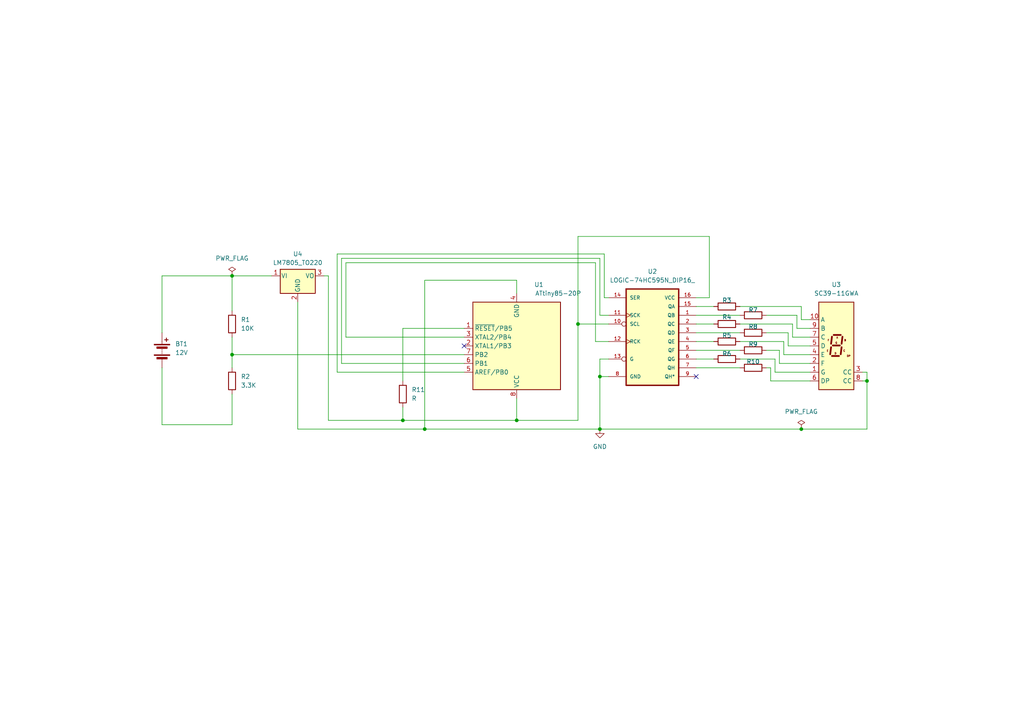
<source format=kicad_sch>
(kicad_sch
	(version 20250114)
	(generator "eeschema")
	(generator_version "9.0")
	(uuid "f5e7ea9b-7ccb-4b66-80b3-3ac9746f86d2")
	(paper "A4")
	(title_block
		(title "EV BATTERY LEVEL INDICATOR")
		(date "2025-08-01")
	)
	(lib_symbols
		(symbol "Device:Battery"
			(pin_numbers
				(hide yes)
			)
			(pin_names
				(offset 0)
				(hide yes)
			)
			(exclude_from_sim no)
			(in_bom yes)
			(on_board yes)
			(property "Reference" "BT"
				(at 2.54 2.54 0)
				(effects
					(font
						(size 1.27 1.27)
					)
					(justify left)
				)
			)
			(property "Value" "Battery"
				(at 2.54 0 0)
				(effects
					(font
						(size 1.27 1.27)
					)
					(justify left)
				)
			)
			(property "Footprint" ""
				(at 0 1.524 90)
				(effects
					(font
						(size 1.27 1.27)
					)
					(hide yes)
				)
			)
			(property "Datasheet" "~"
				(at 0 1.524 90)
				(effects
					(font
						(size 1.27 1.27)
					)
					(hide yes)
				)
			)
			(property "Description" "Multiple-cell battery"
				(at 0 0 0)
				(effects
					(font
						(size 1.27 1.27)
					)
					(hide yes)
				)
			)
			(property "ki_keywords" "batt voltage-source cell"
				(at 0 0 0)
				(effects
					(font
						(size 1.27 1.27)
					)
					(hide yes)
				)
			)
			(symbol "Battery_0_1"
				(rectangle
					(start -2.286 1.778)
					(end 2.286 1.524)
					(stroke
						(width 0)
						(type default)
					)
					(fill
						(type outline)
					)
				)
				(rectangle
					(start -2.286 -1.27)
					(end 2.286 -1.524)
					(stroke
						(width 0)
						(type default)
					)
					(fill
						(type outline)
					)
				)
				(rectangle
					(start -1.524 1.016)
					(end 1.524 0.508)
					(stroke
						(width 0)
						(type default)
					)
					(fill
						(type outline)
					)
				)
				(rectangle
					(start -1.524 -2.032)
					(end 1.524 -2.54)
					(stroke
						(width 0)
						(type default)
					)
					(fill
						(type outline)
					)
				)
				(polyline
					(pts
						(xy 0 1.778) (xy 0 2.54)
					)
					(stroke
						(width 0)
						(type default)
					)
					(fill
						(type none)
					)
				)
				(polyline
					(pts
						(xy 0 0) (xy 0 0.254)
					)
					(stroke
						(width 0)
						(type default)
					)
					(fill
						(type none)
					)
				)
				(polyline
					(pts
						(xy 0 -0.508) (xy 0 -0.254)
					)
					(stroke
						(width 0)
						(type default)
					)
					(fill
						(type none)
					)
				)
				(polyline
					(pts
						(xy 0 -1.016) (xy 0 -0.762)
					)
					(stroke
						(width 0)
						(type default)
					)
					(fill
						(type none)
					)
				)
				(polyline
					(pts
						(xy 0.762 3.048) (xy 1.778 3.048)
					)
					(stroke
						(width 0.254)
						(type default)
					)
					(fill
						(type none)
					)
				)
				(polyline
					(pts
						(xy 1.27 3.556) (xy 1.27 2.54)
					)
					(stroke
						(width 0.254)
						(type default)
					)
					(fill
						(type none)
					)
				)
			)
			(symbol "Battery_1_1"
				(pin passive line
					(at 0 5.08 270)
					(length 2.54)
					(name "+"
						(effects
							(font
								(size 1.27 1.27)
							)
						)
					)
					(number "1"
						(effects
							(font
								(size 1.27 1.27)
							)
						)
					)
				)
				(pin passive line
					(at 0 -5.08 90)
					(length 2.54)
					(name "-"
						(effects
							(font
								(size 1.27 1.27)
							)
						)
					)
					(number "2"
						(effects
							(font
								(size 1.27 1.27)
							)
						)
					)
				)
			)
			(embedded_fonts no)
		)
		(symbol "Device:R"
			(pin_numbers
				(hide yes)
			)
			(pin_names
				(offset 0)
			)
			(exclude_from_sim no)
			(in_bom yes)
			(on_board yes)
			(property "Reference" "R"
				(at 2.032 0 90)
				(effects
					(font
						(size 1.27 1.27)
					)
				)
			)
			(property "Value" "R"
				(at 0 0 90)
				(effects
					(font
						(size 1.27 1.27)
					)
				)
			)
			(property "Footprint" ""
				(at -1.778 0 90)
				(effects
					(font
						(size 1.27 1.27)
					)
					(hide yes)
				)
			)
			(property "Datasheet" "~"
				(at 0 0 0)
				(effects
					(font
						(size 1.27 1.27)
					)
					(hide yes)
				)
			)
			(property "Description" "Resistor"
				(at 0 0 0)
				(effects
					(font
						(size 1.27 1.27)
					)
					(hide yes)
				)
			)
			(property "ki_keywords" "R res resistor"
				(at 0 0 0)
				(effects
					(font
						(size 1.27 1.27)
					)
					(hide yes)
				)
			)
			(property "ki_fp_filters" "R_*"
				(at 0 0 0)
				(effects
					(font
						(size 1.27 1.27)
					)
					(hide yes)
				)
			)
			(symbol "R_0_1"
				(rectangle
					(start -1.016 -2.54)
					(end 1.016 2.54)
					(stroke
						(width 0.254)
						(type default)
					)
					(fill
						(type none)
					)
				)
			)
			(symbol "R_1_1"
				(pin passive line
					(at 0 3.81 270)
					(length 1.27)
					(name "~"
						(effects
							(font
								(size 1.27 1.27)
							)
						)
					)
					(number "1"
						(effects
							(font
								(size 1.27 1.27)
							)
						)
					)
				)
				(pin passive line
					(at 0 -3.81 90)
					(length 1.27)
					(name "~"
						(effects
							(font
								(size 1.27 1.27)
							)
						)
					)
					(number "2"
						(effects
							(font
								(size 1.27 1.27)
							)
						)
					)
				)
			)
			(embedded_fonts no)
		)
		(symbol "Display_Character:SC39-11GWA"
			(exclude_from_sim no)
			(in_bom yes)
			(on_board yes)
			(property "Reference" "U"
				(at -3.81 13.97 0)
				(effects
					(font
						(size 1.27 1.27)
					)
				)
			)
			(property "Value" "SC39-11GWA"
				(at 6.35 13.97 0)
				(effects
					(font
						(size 1.27 1.27)
					)
				)
			)
			(property "Footprint" "Display_7Segment:Sx39-1xxxxx"
				(at 0 -13.97 0)
				(effects
					(font
						(size 1.27 1.27)
					)
					(hide yes)
				)
			)
			(property "Datasheet" "http://www.kingbrightusa.com/images/catalog/SPEC/sc39-11gwa.pdf"
				(at 0 0 0)
				(effects
					(font
						(size 1.27 1.27)
					)
					(hide yes)
				)
			)
			(property "Description" "Single digit 7 segment display, green, common cathode"
				(at 0 0 0)
				(effects
					(font
						(size 1.27 1.27)
					)
					(hide yes)
				)
			)
			(property "ki_keywords" "display LED 7-segment"
				(at 0 0 0)
				(effects
					(font
						(size 1.27 1.27)
					)
					(hide yes)
				)
			)
			(property "ki_fp_filters" "S?39?1*"
				(at 0 0 0)
				(effects
					(font
						(size 1.27 1.27)
					)
					(hide yes)
				)
			)
			(symbol "SC39-11GWA_1_0"
				(text "E"
					(at -2.54 -1.397 0)
					(effects
						(font
							(size 0.508 0.508)
						)
					)
				)
				(text "F"
					(at -2.286 1.651 0)
					(effects
						(font
							(size 0.508 0.508)
						)
					)
				)
				(text "D"
					(at -0.254 -2.159 0)
					(effects
						(font
							(size 0.508 0.508)
						)
					)
				)
				(text "G"
					(at 0 0.889 0)
					(effects
						(font
							(size 0.508 0.508)
						)
					)
				)
				(text "A"
					(at 0.254 2.413 0)
					(effects
						(font
							(size 0.508 0.508)
						)
					)
				)
				(text "C"
					(at 2.286 -1.397 0)
					(effects
						(font
							(size 0.508 0.508)
						)
					)
				)
				(text "B"
					(at 2.54 1.651 0)
					(effects
						(font
							(size 0.508 0.508)
						)
					)
				)
				(text "DP"
					(at 3.556 -2.921 0)
					(effects
						(font
							(size 0.508 0.508)
						)
					)
				)
			)
			(symbol "SC39-11GWA_1_1"
				(rectangle
					(start -5.08 12.7)
					(end 5.08 -12.7)
					(stroke
						(width 0.254)
						(type default)
					)
					(fill
						(type background)
					)
				)
				(polyline
					(pts
						(xy -1.524 -0.381) (xy -1.778 -2.413)
					)
					(stroke
						(width 0.508)
						(type default)
					)
					(fill
						(type none)
					)
				)
				(polyline
					(pts
						(xy -1.27 2.667) (xy -1.524 0.635)
					)
					(stroke
						(width 0.508)
						(type default)
					)
					(fill
						(type none)
					)
				)
				(polyline
					(pts
						(xy -1.27 -2.921) (xy 0.762 -2.921)
					)
					(stroke
						(width 0.508)
						(type default)
					)
					(fill
						(type none)
					)
				)
				(polyline
					(pts
						(xy -1.016 0.127) (xy 1.016 0.127)
					)
					(stroke
						(width 0.508)
						(type default)
					)
					(fill
						(type none)
					)
				)
				(polyline
					(pts
						(xy -0.762 3.175) (xy 1.27 3.175)
					)
					(stroke
						(width 0.508)
						(type default)
					)
					(fill
						(type none)
					)
				)
				(polyline
					(pts
						(xy 1.524 -0.381) (xy 1.27 -2.413)
					)
					(stroke
						(width 0.508)
						(type default)
					)
					(fill
						(type none)
					)
				)
				(polyline
					(pts
						(xy 1.778 2.667) (xy 1.524 0.635)
					)
					(stroke
						(width 0.508)
						(type default)
					)
					(fill
						(type none)
					)
				)
				(polyline
					(pts
						(xy 2.54 -2.921) (xy 2.54 -2.921)
					)
					(stroke
						(width 0.508)
						(type default)
					)
					(fill
						(type none)
					)
				)
				(pin input line
					(at -7.62 7.62 0)
					(length 2.54)
					(name "A"
						(effects
							(font
								(size 1.27 1.27)
							)
						)
					)
					(number "10"
						(effects
							(font
								(size 1.27 1.27)
							)
						)
					)
				)
				(pin input line
					(at -7.62 5.08 0)
					(length 2.54)
					(name "B"
						(effects
							(font
								(size 1.27 1.27)
							)
						)
					)
					(number "9"
						(effects
							(font
								(size 1.27 1.27)
							)
						)
					)
				)
				(pin input line
					(at -7.62 2.54 0)
					(length 2.54)
					(name "C"
						(effects
							(font
								(size 1.27 1.27)
							)
						)
					)
					(number "7"
						(effects
							(font
								(size 1.27 1.27)
							)
						)
					)
				)
				(pin input line
					(at -7.62 0 0)
					(length 2.54)
					(name "D"
						(effects
							(font
								(size 1.27 1.27)
							)
						)
					)
					(number "5"
						(effects
							(font
								(size 1.27 1.27)
							)
						)
					)
				)
				(pin input line
					(at -7.62 -2.54 0)
					(length 2.54)
					(name "E"
						(effects
							(font
								(size 1.27 1.27)
							)
						)
					)
					(number "4"
						(effects
							(font
								(size 1.27 1.27)
							)
						)
					)
				)
				(pin input line
					(at -7.62 -5.08 0)
					(length 2.54)
					(name "F"
						(effects
							(font
								(size 1.27 1.27)
							)
						)
					)
					(number "2"
						(effects
							(font
								(size 1.27 1.27)
							)
						)
					)
				)
				(pin input line
					(at -7.62 -7.62 0)
					(length 2.54)
					(name "G"
						(effects
							(font
								(size 1.27 1.27)
							)
						)
					)
					(number "1"
						(effects
							(font
								(size 1.27 1.27)
							)
						)
					)
				)
				(pin input line
					(at -7.62 -10.16 0)
					(length 2.54)
					(name "DP"
						(effects
							(font
								(size 1.27 1.27)
							)
						)
					)
					(number "6"
						(effects
							(font
								(size 1.27 1.27)
							)
						)
					)
				)
				(pin input line
					(at 7.62 -7.62 180)
					(length 2.54)
					(name "CC"
						(effects
							(font
								(size 1.27 1.27)
							)
						)
					)
					(number "3"
						(effects
							(font
								(size 1.27 1.27)
							)
						)
					)
				)
				(pin input line
					(at 7.62 -10.16 180)
					(length 2.54)
					(name "CC"
						(effects
							(font
								(size 1.27 1.27)
							)
						)
					)
					(number "8"
						(effects
							(font
								(size 1.27 1.27)
							)
						)
					)
				)
			)
			(embedded_fonts no)
		)
		(symbol "LOGIC-74HC595N_DIP16_:LOGIC-74HC595N_DIP16_"
			(pin_names
				(offset 1.016)
			)
			(exclude_from_sim no)
			(in_bom yes)
			(on_board yes)
			(property "Reference" "U"
				(at -7.6202 15.2404 0)
				(effects
					(font
						(size 1.27 1.27)
					)
					(justify left bottom)
				)
			)
			(property "Value" "74HC595N-DIP16"
				(at 0 0 0)
				(effects
					(font
						(size 1.27 1.27)
					)
					(justify bottom)
					(hide yes)
				)
			)
			(property "Footprint" "LOGIC-74HC595N_DIP16_:DIP16-2.54-20.32X5.84MM"
				(at 0 0 0)
				(effects
					(font
						(size 1.27 1.27)
					)
					(justify bottom)
					(hide yes)
				)
			)
			(property "Datasheet" ""
				(at 0 0 0)
				(effects
					(font
						(size 1.27 1.27)
					)
					(hide yes)
				)
			)
			(property "Description" ""
				(at 0 0 0)
				(effects
					(font
						(size 1.27 1.27)
					)
					(hide yes)
				)
			)
			(property "MF" "Texas Instruments"
				(at 0 0 0)
				(effects
					(font
						(size 1.27 1.27)
					)
					(justify bottom)
					(hide yes)
				)
			)
			(property "Description_1" "Shift Shift Register 1 Element 8 Bit 16-PDIP"
				(at 0 0 0)
				(effects
					(font
						(size 1.27 1.27)
					)
					(justify bottom)
					(hide yes)
				)
			)
			(property "Package" "SOT38-4-16 Nexperia"
				(at 0 0 0)
				(effects
					(font
						(size 1.27 1.27)
					)
					(justify bottom)
					(hide yes)
				)
			)
			(property "MPN" "74HC595N"
				(at 0 0 0)
				(effects
					(font
						(size 1.27 1.27)
					)
					(justify bottom)
					(hide yes)
				)
			)
			(property "Price" "None"
				(at 0 0 0)
				(effects
					(font
						(size 1.27 1.27)
					)
					(justify bottom)
					(hide yes)
				)
			)
			(property "SnapEDA_Link" "https://www.snapeda.com/parts/74HC595N/Texas+Instruments/view-part/?ref=snap"
				(at 0 0 0)
				(effects
					(font
						(size 1.27 1.27)
					)
					(justify bottom)
					(hide yes)
				)
			)
			(property "MP" "74HC595N"
				(at 0 0 0)
				(effects
					(font
						(size 1.27 1.27)
					)
					(justify bottom)
					(hide yes)
				)
			)
			(property "Availability" "Not in stock"
				(at 0 0 0)
				(effects
					(font
						(size 1.27 1.27)
					)
					(justify bottom)
					(hide yes)
				)
			)
			(property "Check_prices" "https://www.snapeda.com/parts/74HC595N/Texas+Instruments/view-part/?ref=eda"
				(at 0 0 0)
				(effects
					(font
						(size 1.27 1.27)
					)
					(justify bottom)
					(hide yes)
				)
			)
			(symbol "LOGIC-74HC595N_DIP16__0_0"
				(rectangle
					(start -7.62 -13.97)
					(end 7.62 13.97)
					(stroke
						(width 0.4064)
						(type default)
					)
					(fill
						(type background)
					)
				)
				(pin input line
					(at -12.7 11.43 0)
					(length 5.08)
					(name "SER"
						(effects
							(font
								(size 1.016 1.016)
							)
						)
					)
					(number "14"
						(effects
							(font
								(size 1.016 1.016)
							)
						)
					)
				)
				(pin input clock
					(at -12.7 6.35 0)
					(length 5.08)
					(name "SCK"
						(effects
							(font
								(size 1.016 1.016)
							)
						)
					)
					(number "11"
						(effects
							(font
								(size 1.016 1.016)
							)
						)
					)
				)
				(pin input inverted
					(at -12.7 3.81 0)
					(length 5.08)
					(name "SCL"
						(effects
							(font
								(size 1.016 1.016)
							)
						)
					)
					(number "10"
						(effects
							(font
								(size 1.016 1.016)
							)
						)
					)
				)
				(pin input clock
					(at -12.7 -1.27 0)
					(length 5.08)
					(name "RCK"
						(effects
							(font
								(size 1.016 1.016)
							)
						)
					)
					(number "12"
						(effects
							(font
								(size 1.016 1.016)
							)
						)
					)
				)
				(pin input inverted
					(at -12.7 -6.35 0)
					(length 5.08)
					(name "G"
						(effects
							(font
								(size 1.016 1.016)
							)
						)
					)
					(number "13"
						(effects
							(font
								(size 1.016 1.016)
							)
						)
					)
				)
				(pin power_in line
					(at -12.7 -11.43 0)
					(length 5.08)
					(name "GND"
						(effects
							(font
								(size 1.016 1.016)
							)
						)
					)
					(number "8"
						(effects
							(font
								(size 1.016 1.016)
							)
						)
					)
				)
				(pin power_in line
					(at 12.7 11.43 180)
					(length 5.08)
					(name "VCC"
						(effects
							(font
								(size 1.016 1.016)
							)
						)
					)
					(number "16"
						(effects
							(font
								(size 1.016 1.016)
							)
						)
					)
				)
				(pin tri_state line
					(at 12.7 8.89 180)
					(length 5.08)
					(name "QA"
						(effects
							(font
								(size 1.016 1.016)
							)
						)
					)
					(number "15"
						(effects
							(font
								(size 1.016 1.016)
							)
						)
					)
				)
				(pin tri_state line
					(at 12.7 6.35 180)
					(length 5.08)
					(name "QB"
						(effects
							(font
								(size 1.016 1.016)
							)
						)
					)
					(number "1"
						(effects
							(font
								(size 1.016 1.016)
							)
						)
					)
				)
				(pin tri_state line
					(at 12.7 3.81 180)
					(length 5.08)
					(name "QC"
						(effects
							(font
								(size 1.016 1.016)
							)
						)
					)
					(number "2"
						(effects
							(font
								(size 1.016 1.016)
							)
						)
					)
				)
				(pin tri_state line
					(at 12.7 1.27 180)
					(length 5.08)
					(name "QD"
						(effects
							(font
								(size 1.016 1.016)
							)
						)
					)
					(number "3"
						(effects
							(font
								(size 1.016 1.016)
							)
						)
					)
				)
				(pin tri_state line
					(at 12.7 -1.27 180)
					(length 5.08)
					(name "QE"
						(effects
							(font
								(size 1.016 1.016)
							)
						)
					)
					(number "4"
						(effects
							(font
								(size 1.016 1.016)
							)
						)
					)
				)
				(pin tri_state line
					(at 12.7 -3.81 180)
					(length 5.08)
					(name "QF"
						(effects
							(font
								(size 1.016 1.016)
							)
						)
					)
					(number "5"
						(effects
							(font
								(size 1.016 1.016)
							)
						)
					)
				)
				(pin tri_state line
					(at 12.7 -6.35 180)
					(length 5.08)
					(name "QG"
						(effects
							(font
								(size 1.016 1.016)
							)
						)
					)
					(number "6"
						(effects
							(font
								(size 1.016 1.016)
							)
						)
					)
				)
				(pin tri_state line
					(at 12.7 -8.89 180)
					(length 5.08)
					(name "QH"
						(effects
							(font
								(size 1.016 1.016)
							)
						)
					)
					(number "7"
						(effects
							(font
								(size 1.016 1.016)
							)
						)
					)
				)
				(pin tri_state line
					(at 12.7 -11.43 180)
					(length 5.08)
					(name "QH*"
						(effects
							(font
								(size 1.016 1.016)
							)
						)
					)
					(number "9"
						(effects
							(font
								(size 1.016 1.016)
							)
						)
					)
				)
			)
			(embedded_fonts no)
		)
		(symbol "MCU_Microchip_ATtiny:ATtiny85-20P"
			(exclude_from_sim no)
			(in_bom yes)
			(on_board yes)
			(property "Reference" "U"
				(at -12.7 13.97 0)
				(effects
					(font
						(size 1.27 1.27)
					)
					(justify left bottom)
				)
			)
			(property "Value" "ATtiny85-20P"
				(at 2.54 -13.97 0)
				(effects
					(font
						(size 1.27 1.27)
					)
					(justify left top)
				)
			)
			(property "Footprint" "Package_DIP:DIP-8_W7.62mm"
				(at 0 0 0)
				(effects
					(font
						(size 1.27 1.27)
						(italic yes)
					)
					(hide yes)
				)
			)
			(property "Datasheet" "http://ww1.microchip.com/downloads/en/DeviceDoc/atmel-2586-avr-8-bit-microcontroller-attiny25-attiny45-attiny85_datasheet.pdf"
				(at 0 0 0)
				(effects
					(font
						(size 1.27 1.27)
					)
					(hide yes)
				)
			)
			(property "Description" "20MHz, 8kB Flash, 512B SRAM, 512B EEPROM, debugWIRE, DIP-8"
				(at 0 0 0)
				(effects
					(font
						(size 1.27 1.27)
					)
					(hide yes)
				)
			)
			(property "ki_keywords" "AVR 8bit Microcontroller tinyAVR"
				(at 0 0 0)
				(effects
					(font
						(size 1.27 1.27)
					)
					(hide yes)
				)
			)
			(property "ki_fp_filters" "DIP*W7.62mm*"
				(at 0 0 0)
				(effects
					(font
						(size 1.27 1.27)
					)
					(hide yes)
				)
			)
			(symbol "ATtiny85-20P_0_1"
				(rectangle
					(start -12.7 -12.7)
					(end 12.7 12.7)
					(stroke
						(width 0.254)
						(type default)
					)
					(fill
						(type background)
					)
				)
			)
			(symbol "ATtiny85-20P_1_1"
				(pin power_in line
					(at 0 15.24 270)
					(length 2.54)
					(name "VCC"
						(effects
							(font
								(size 1.27 1.27)
							)
						)
					)
					(number "8"
						(effects
							(font
								(size 1.27 1.27)
							)
						)
					)
				)
				(pin power_in line
					(at 0 -15.24 90)
					(length 2.54)
					(name "GND"
						(effects
							(font
								(size 1.27 1.27)
							)
						)
					)
					(number "4"
						(effects
							(font
								(size 1.27 1.27)
							)
						)
					)
				)
				(pin bidirectional line
					(at 15.24 7.62 180)
					(length 2.54)
					(name "AREF/PB0"
						(effects
							(font
								(size 1.27 1.27)
							)
						)
					)
					(number "5"
						(effects
							(font
								(size 1.27 1.27)
							)
						)
					)
				)
				(pin bidirectional line
					(at 15.24 5.08 180)
					(length 2.54)
					(name "PB1"
						(effects
							(font
								(size 1.27 1.27)
							)
						)
					)
					(number "6"
						(effects
							(font
								(size 1.27 1.27)
							)
						)
					)
				)
				(pin bidirectional line
					(at 15.24 2.54 180)
					(length 2.54)
					(name "PB2"
						(effects
							(font
								(size 1.27 1.27)
							)
						)
					)
					(number "7"
						(effects
							(font
								(size 1.27 1.27)
							)
						)
					)
				)
				(pin bidirectional line
					(at 15.24 0 180)
					(length 2.54)
					(name "XTAL1/PB3"
						(effects
							(font
								(size 1.27 1.27)
							)
						)
					)
					(number "2"
						(effects
							(font
								(size 1.27 1.27)
							)
						)
					)
				)
				(pin bidirectional line
					(at 15.24 -2.54 180)
					(length 2.54)
					(name "XTAL2/PB4"
						(effects
							(font
								(size 1.27 1.27)
							)
						)
					)
					(number "3"
						(effects
							(font
								(size 1.27 1.27)
							)
						)
					)
				)
				(pin bidirectional line
					(at 15.24 -5.08 180)
					(length 2.54)
					(name "~{RESET}/PB5"
						(effects
							(font
								(size 1.27 1.27)
							)
						)
					)
					(number "1"
						(effects
							(font
								(size 1.27 1.27)
							)
						)
					)
				)
			)
			(embedded_fonts no)
		)
		(symbol "Regulator_Linear:LM7805_TO220"
			(pin_names
				(offset 0.254)
			)
			(exclude_from_sim no)
			(in_bom yes)
			(on_board yes)
			(property "Reference" "U"
				(at -3.81 3.175 0)
				(effects
					(font
						(size 1.27 1.27)
					)
				)
			)
			(property "Value" "LM7805_TO220"
				(at 0 3.175 0)
				(effects
					(font
						(size 1.27 1.27)
					)
					(justify left)
				)
			)
			(property "Footprint" "Package_TO_SOT_THT:TO-220-3_Vertical"
				(at 0 5.715 0)
				(effects
					(font
						(size 1.27 1.27)
						(italic yes)
					)
					(hide yes)
				)
			)
			(property "Datasheet" "https://www.onsemi.cn/PowerSolutions/document/MC7800-D.PDF"
				(at 0 -1.27 0)
				(effects
					(font
						(size 1.27 1.27)
					)
					(hide yes)
				)
			)
			(property "Description" "Positive 1A 35V Linear Regulator, Fixed Output 5V, TO-220"
				(at 0 0 0)
				(effects
					(font
						(size 1.27 1.27)
					)
					(hide yes)
				)
			)
			(property "ki_keywords" "Voltage Regulator 1A Positive"
				(at 0 0 0)
				(effects
					(font
						(size 1.27 1.27)
					)
					(hide yes)
				)
			)
			(property "ki_fp_filters" "TO?220*"
				(at 0 0 0)
				(effects
					(font
						(size 1.27 1.27)
					)
					(hide yes)
				)
			)
			(symbol "LM7805_TO220_0_1"
				(rectangle
					(start -5.08 1.905)
					(end 5.08 -5.08)
					(stroke
						(width 0.254)
						(type default)
					)
					(fill
						(type background)
					)
				)
			)
			(symbol "LM7805_TO220_1_1"
				(pin power_in line
					(at -7.62 0 0)
					(length 2.54)
					(name "VI"
						(effects
							(font
								(size 1.27 1.27)
							)
						)
					)
					(number "1"
						(effects
							(font
								(size 1.27 1.27)
							)
						)
					)
				)
				(pin power_in line
					(at 0 -7.62 90)
					(length 2.54)
					(name "GND"
						(effects
							(font
								(size 1.27 1.27)
							)
						)
					)
					(number "2"
						(effects
							(font
								(size 1.27 1.27)
							)
						)
					)
				)
				(pin power_out line
					(at 7.62 0 180)
					(length 2.54)
					(name "VO"
						(effects
							(font
								(size 1.27 1.27)
							)
						)
					)
					(number "3"
						(effects
							(font
								(size 1.27 1.27)
							)
						)
					)
				)
			)
			(embedded_fonts no)
		)
		(symbol "power:GND"
			(power)
			(pin_numbers
				(hide yes)
			)
			(pin_names
				(offset 0)
				(hide yes)
			)
			(exclude_from_sim no)
			(in_bom yes)
			(on_board yes)
			(property "Reference" "#PWR"
				(at 0 -6.35 0)
				(effects
					(font
						(size 1.27 1.27)
					)
					(hide yes)
				)
			)
			(property "Value" "GND"
				(at 0 -3.81 0)
				(effects
					(font
						(size 1.27 1.27)
					)
				)
			)
			(property "Footprint" ""
				(at 0 0 0)
				(effects
					(font
						(size 1.27 1.27)
					)
					(hide yes)
				)
			)
			(property "Datasheet" ""
				(at 0 0 0)
				(effects
					(font
						(size 1.27 1.27)
					)
					(hide yes)
				)
			)
			(property "Description" "Power symbol creates a global label with name \"GND\" , ground"
				(at 0 0 0)
				(effects
					(font
						(size 1.27 1.27)
					)
					(hide yes)
				)
			)
			(property "ki_keywords" "global power"
				(at 0 0 0)
				(effects
					(font
						(size 1.27 1.27)
					)
					(hide yes)
				)
			)
			(symbol "GND_0_1"
				(polyline
					(pts
						(xy 0 0) (xy 0 -1.27) (xy 1.27 -1.27) (xy 0 -2.54) (xy -1.27 -1.27) (xy 0 -1.27)
					)
					(stroke
						(width 0)
						(type default)
					)
					(fill
						(type none)
					)
				)
			)
			(symbol "GND_1_1"
				(pin power_in line
					(at 0 0 270)
					(length 0)
					(name "~"
						(effects
							(font
								(size 1.27 1.27)
							)
						)
					)
					(number "1"
						(effects
							(font
								(size 1.27 1.27)
							)
						)
					)
				)
			)
			(embedded_fonts no)
		)
		(symbol "power:PWR_FLAG"
			(power)
			(pin_numbers
				(hide yes)
			)
			(pin_names
				(offset 0)
				(hide yes)
			)
			(exclude_from_sim no)
			(in_bom yes)
			(on_board yes)
			(property "Reference" "#FLG"
				(at 0 1.905 0)
				(effects
					(font
						(size 1.27 1.27)
					)
					(hide yes)
				)
			)
			(property "Value" "PWR_FLAG"
				(at 0 3.81 0)
				(effects
					(font
						(size 1.27 1.27)
					)
				)
			)
			(property "Footprint" ""
				(at 0 0 0)
				(effects
					(font
						(size 1.27 1.27)
					)
					(hide yes)
				)
			)
			(property "Datasheet" "~"
				(at 0 0 0)
				(effects
					(font
						(size 1.27 1.27)
					)
					(hide yes)
				)
			)
			(property "Description" "Special symbol for telling ERC where power comes from"
				(at 0 0 0)
				(effects
					(font
						(size 1.27 1.27)
					)
					(hide yes)
				)
			)
			(property "ki_keywords" "flag power"
				(at 0 0 0)
				(effects
					(font
						(size 1.27 1.27)
					)
					(hide yes)
				)
			)
			(symbol "PWR_FLAG_0_0"
				(pin power_out line
					(at 0 0 90)
					(length 0)
					(name "~"
						(effects
							(font
								(size 1.27 1.27)
							)
						)
					)
					(number "1"
						(effects
							(font
								(size 1.27 1.27)
							)
						)
					)
				)
			)
			(symbol "PWR_FLAG_0_1"
				(polyline
					(pts
						(xy 0 0) (xy 0 1.27) (xy -1.016 1.905) (xy 0 2.54) (xy 1.016 1.905) (xy 0 1.27)
					)
					(stroke
						(width 0)
						(type default)
					)
					(fill
						(type none)
					)
				)
			)
			(embedded_fonts no)
		)
	)
	(junction
		(at 149.86 121.92)
		(diameter 0)
		(color 0 0 0 0)
		(uuid "1270ab5f-f6cb-41a6-97db-15c106804cd4")
	)
	(junction
		(at 173.99 124.46)
		(diameter 0)
		(color 0 0 0 0)
		(uuid "189c2ce5-b1d2-4dc7-be83-30a71ac17756")
	)
	(junction
		(at 173.99 109.22)
		(diameter 0)
		(color 0 0 0 0)
		(uuid "243331e0-095a-4066-93fa-ee6888cfa6a4")
	)
	(junction
		(at 232.41 124.46)
		(diameter 0)
		(color 0 0 0 0)
		(uuid "283f678f-2cbe-40cc-abf2-750b816112e7")
	)
	(junction
		(at 67.31 102.87)
		(diameter 0)
		(color 0 0 0 0)
		(uuid "64a27068-5770-4ae8-be8d-7c28a465430b")
	)
	(junction
		(at 123.19 124.46)
		(diameter 0)
		(color 0 0 0 0)
		(uuid "66d62d7a-15e8-4f2c-8864-3e9f95897804")
	)
	(junction
		(at 251.46 110.49)
		(diameter 0)
		(color 0 0 0 0)
		(uuid "68063471-3098-4e3e-bda1-a5a2f9b39120")
	)
	(junction
		(at 116.84 121.92)
		(diameter 0)
		(color 0 0 0 0)
		(uuid "8b2cb269-08e1-46d9-af31-cf2e1f95dfb1")
	)
	(junction
		(at 167.64 93.98)
		(diameter 0)
		(color 0 0 0 0)
		(uuid "98f5aa2f-43da-46a6-85ef-85d8650e7944")
	)
	(junction
		(at 67.31 80.01)
		(diameter 0)
		(color 0 0 0 0)
		(uuid "f5cd0ba2-06aa-4c4e-97d7-288d714a5264")
	)
	(no_connect
		(at 134.62 100.33)
		(uuid "2fbe6042-3802-4677-a6fe-460d1359ecfd")
	)
	(no_connect
		(at 201.93 109.22)
		(uuid "9e299767-a023-4f23-a3b9-3a4062b68df9")
	)
	(wire
		(pts
			(xy 46.99 80.01) (xy 67.31 80.01)
		)
		(stroke
			(width 0)
			(type default)
		)
		(uuid "011a96b1-eb84-492b-8997-a5aafa4d3e4f")
	)
	(wire
		(pts
			(xy 173.99 104.14) (xy 173.99 109.22)
		)
		(stroke
			(width 0)
			(type default)
		)
		(uuid "016cfeb5-ee13-4002-b8cb-3db3780fe133")
	)
	(wire
		(pts
			(xy 251.46 110.49) (xy 251.46 107.95)
		)
		(stroke
			(width 0)
			(type default)
		)
		(uuid "03cd3ffd-a452-4af7-b26b-c26018f564fd")
	)
	(wire
		(pts
			(xy 67.31 102.87) (xy 134.62 102.87)
		)
		(stroke
			(width 0)
			(type default)
		)
		(uuid "068a1b53-25a2-409a-9cc3-58b123edc175")
	)
	(wire
		(pts
			(xy 172.72 76.2) (xy 172.72 99.06)
		)
		(stroke
			(width 0)
			(type default)
		)
		(uuid "06fbeb43-107d-4323-970a-2598cc478836")
	)
	(wire
		(pts
			(xy 176.53 109.22) (xy 173.99 109.22)
		)
		(stroke
			(width 0)
			(type default)
		)
		(uuid "0714f1a3-2faa-4d98-91b6-b6b872ddca17")
	)
	(wire
		(pts
			(xy 97.79 107.95) (xy 134.62 107.95)
		)
		(stroke
			(width 0)
			(type default)
		)
		(uuid "0eb29e08-a8ab-4abf-ad93-2fab60805787")
	)
	(wire
		(pts
			(xy 100.33 76.2) (xy 172.72 76.2)
		)
		(stroke
			(width 0)
			(type default)
		)
		(uuid "0f3ca362-ff89-4d3c-bd73-bdbd65454064")
	)
	(wire
		(pts
			(xy 67.31 123.19) (xy 67.31 114.3)
		)
		(stroke
			(width 0)
			(type default)
		)
		(uuid "0fed32ba-0e24-474c-9747-2dd9f07f9ceb")
	)
	(wire
		(pts
			(xy 224.79 104.14) (xy 214.63 104.14)
		)
		(stroke
			(width 0)
			(type default)
		)
		(uuid "10c3b976-7db2-40e7-8912-fccec45eb010")
	)
	(wire
		(pts
			(xy 224.79 104.14) (xy 224.79 107.95)
		)
		(stroke
			(width 0)
			(type default)
		)
		(uuid "1609f22f-a33a-48cf-904d-88715f6663fb")
	)
	(wire
		(pts
			(xy 226.06 101.6) (xy 226.06 105.41)
		)
		(stroke
			(width 0)
			(type default)
		)
		(uuid "17ac11c1-f944-4e47-a051-c32e0c18fd4f")
	)
	(wire
		(pts
			(xy 46.99 106.68) (xy 46.99 123.19)
		)
		(stroke
			(width 0)
			(type default)
		)
		(uuid "1cc0a099-53c5-4e6b-b749-f430f2a184cb")
	)
	(wire
		(pts
			(xy 67.31 80.01) (xy 78.74 80.01)
		)
		(stroke
			(width 0)
			(type default)
		)
		(uuid "21813478-64cb-4a9f-840b-f43fb9fad64b")
	)
	(wire
		(pts
			(xy 116.84 121.92) (xy 149.86 121.92)
		)
		(stroke
			(width 0)
			(type default)
		)
		(uuid "249d8755-0087-4aed-9efc-e6059b5dba63")
	)
	(wire
		(pts
			(xy 173.99 91.44) (xy 176.53 91.44)
		)
		(stroke
			(width 0)
			(type default)
		)
		(uuid "275a54b4-1a62-4be0-afcb-ef5f6c80805a")
	)
	(wire
		(pts
			(xy 205.74 86.36) (xy 201.93 86.36)
		)
		(stroke
			(width 0)
			(type default)
		)
		(uuid "2c483579-5adb-410b-bf11-242d82498883")
	)
	(wire
		(pts
			(xy 134.62 95.25) (xy 116.84 95.25)
		)
		(stroke
			(width 0)
			(type default)
		)
		(uuid "34d1181f-b0cd-4d8e-b6a8-20d936afc830")
	)
	(wire
		(pts
			(xy 229.87 93.98) (xy 229.87 97.79)
		)
		(stroke
			(width 0)
			(type default)
		)
		(uuid "364113d2-5fab-49cd-8735-862b2f9039d3")
	)
	(wire
		(pts
			(xy 201.93 91.44) (xy 214.63 91.44)
		)
		(stroke
			(width 0)
			(type default)
		)
		(uuid "39bd82e6-29dd-4427-b6e9-99b5f48b1bfd")
	)
	(wire
		(pts
			(xy 232.41 88.9) (xy 214.63 88.9)
		)
		(stroke
			(width 0)
			(type default)
		)
		(uuid "39c004ab-760a-40f6-93c8-e21736a4cbbe")
	)
	(wire
		(pts
			(xy 223.52 106.68) (xy 223.52 110.49)
		)
		(stroke
			(width 0)
			(type default)
		)
		(uuid "418d7c48-8f2d-4aff-a6db-d116ad2c1ab8")
	)
	(wire
		(pts
			(xy 97.79 73.66) (xy 97.79 107.95)
		)
		(stroke
			(width 0)
			(type default)
		)
		(uuid "424e9efc-dd4c-40d3-b493-e1c1275426fa")
	)
	(wire
		(pts
			(xy 67.31 97.79) (xy 67.31 102.87)
		)
		(stroke
			(width 0)
			(type default)
		)
		(uuid "49a89948-82df-4ef1-a14b-49d6390abae9")
	)
	(wire
		(pts
			(xy 226.06 101.6) (xy 222.25 101.6)
		)
		(stroke
			(width 0)
			(type default)
		)
		(uuid "50d97760-4eec-4e7c-ab1d-32dce33e6ea0")
	)
	(wire
		(pts
			(xy 228.6 100.33) (xy 234.95 100.33)
		)
		(stroke
			(width 0)
			(type default)
		)
		(uuid "519db6ec-a6dd-4188-b3b5-2b6fb5658726")
	)
	(wire
		(pts
			(xy 134.62 105.41) (xy 99.06 105.41)
		)
		(stroke
			(width 0)
			(type default)
		)
		(uuid "52015036-e565-4ad1-8352-452b09f11dc1")
	)
	(wire
		(pts
			(xy 116.84 95.25) (xy 116.84 110.49)
		)
		(stroke
			(width 0)
			(type default)
		)
		(uuid "5542a7e3-af82-46f4-a635-feae607f3795")
	)
	(wire
		(pts
			(xy 173.99 74.93) (xy 173.99 91.44)
		)
		(stroke
			(width 0)
			(type default)
		)
		(uuid "58801f6e-c08a-43b6-a86c-84053c97bc1d")
	)
	(wire
		(pts
			(xy 201.93 93.98) (xy 207.01 93.98)
		)
		(stroke
			(width 0)
			(type default)
		)
		(uuid "621724ff-b3b1-4bcf-b610-0db31fedaa18")
	)
	(wire
		(pts
			(xy 250.19 107.95) (xy 251.46 107.95)
		)
		(stroke
			(width 0)
			(type default)
		)
		(uuid "623ca854-4c31-4fbb-bae6-3e17b30e6680")
	)
	(wire
		(pts
			(xy 149.86 81.28) (xy 123.19 81.28)
		)
		(stroke
			(width 0)
			(type default)
		)
		(uuid "6754b54e-0860-40b4-baa3-0efda93f57fa")
	)
	(wire
		(pts
			(xy 100.33 97.79) (xy 134.62 97.79)
		)
		(stroke
			(width 0)
			(type default)
		)
		(uuid "67b937d8-b86e-48d0-b4e6-a10e78763c98")
	)
	(wire
		(pts
			(xy 116.84 118.11) (xy 116.84 121.92)
		)
		(stroke
			(width 0)
			(type default)
		)
		(uuid "68ffb16c-877b-4dfd-bfc9-b3cdad06d6ee")
	)
	(wire
		(pts
			(xy 100.33 76.2) (xy 100.33 97.79)
		)
		(stroke
			(width 0)
			(type default)
		)
		(uuid "6932af06-a653-4279-bf54-1d7e1338843c")
	)
	(wire
		(pts
			(xy 201.93 104.14) (xy 207.01 104.14)
		)
		(stroke
			(width 0)
			(type default)
		)
		(uuid "6d897415-6265-4b94-8b79-197fc2cc55de")
	)
	(wire
		(pts
			(xy 149.86 85.09) (xy 149.86 81.28)
		)
		(stroke
			(width 0)
			(type default)
		)
		(uuid "7017a108-1d3f-45ad-ba60-a668733e8db9")
	)
	(wire
		(pts
			(xy 228.6 96.52) (xy 222.25 96.52)
		)
		(stroke
			(width 0)
			(type default)
		)
		(uuid "7102afa1-a4bc-4b85-8602-d9b59b9ef34d")
	)
	(wire
		(pts
			(xy 86.36 87.63) (xy 86.36 124.46)
		)
		(stroke
			(width 0)
			(type default)
		)
		(uuid "77ec7047-f3f3-4cbc-a414-a1a0b9f16111")
	)
	(wire
		(pts
			(xy 229.87 93.98) (xy 214.63 93.98)
		)
		(stroke
			(width 0)
			(type default)
		)
		(uuid "832d22e5-f4ae-4824-afbf-c37f6936c3a9")
	)
	(wire
		(pts
			(xy 86.36 124.46) (xy 123.19 124.46)
		)
		(stroke
			(width 0)
			(type default)
		)
		(uuid "83c3a1d9-ccc1-4030-ba6d-342c0171bd2b")
	)
	(wire
		(pts
			(xy 167.64 68.58) (xy 167.64 93.98)
		)
		(stroke
			(width 0)
			(type default)
		)
		(uuid "8a754a4b-bfc4-4b82-9314-34deb8737513")
	)
	(wire
		(pts
			(xy 167.64 93.98) (xy 167.64 121.92)
		)
		(stroke
			(width 0)
			(type default)
		)
		(uuid "8c323d6a-dcdc-4a7d-9e9b-94343bfb37f0")
	)
	(wire
		(pts
			(xy 224.79 107.95) (xy 234.95 107.95)
		)
		(stroke
			(width 0)
			(type default)
		)
		(uuid "8e4e003d-7777-4076-b923-99eae1214d37")
	)
	(wire
		(pts
			(xy 123.19 81.28) (xy 123.19 124.46)
		)
		(stroke
			(width 0)
			(type default)
		)
		(uuid "8fc4f136-6a6e-45fc-b3fb-7f2b24838516")
	)
	(wire
		(pts
			(xy 226.06 105.41) (xy 234.95 105.41)
		)
		(stroke
			(width 0)
			(type default)
		)
		(uuid "9066938d-23c5-4239-bd80-c5dd492de2b9")
	)
	(wire
		(pts
			(xy 176.53 104.14) (xy 173.99 104.14)
		)
		(stroke
			(width 0)
			(type default)
		)
		(uuid "9a648675-b3a9-495c-8824-d455ee71b987")
	)
	(wire
		(pts
			(xy 232.41 88.9) (xy 232.41 92.71)
		)
		(stroke
			(width 0)
			(type default)
		)
		(uuid "9c4c9667-b8e6-4d6d-a757-4b3fbbf46747")
	)
	(wire
		(pts
			(xy 167.64 68.58) (xy 205.74 68.58)
		)
		(stroke
			(width 0)
			(type default)
		)
		(uuid "9d83078d-d0fb-470d-bc80-1379915f0de1")
	)
	(wire
		(pts
			(xy 201.93 99.06) (xy 207.01 99.06)
		)
		(stroke
			(width 0)
			(type default)
		)
		(uuid "a5aa53b1-a196-4a5a-8a66-8a3289eee83e")
	)
	(wire
		(pts
			(xy 201.93 101.6) (xy 214.63 101.6)
		)
		(stroke
			(width 0)
			(type default)
		)
		(uuid "a71f898f-1f5c-4b2d-ac97-76ca4950e90f")
	)
	(wire
		(pts
			(xy 214.63 99.06) (xy 227.33 99.06)
		)
		(stroke
			(width 0)
			(type default)
		)
		(uuid "a99e8e1c-aef1-4bf3-bf54-ca28859316c7")
	)
	(wire
		(pts
			(xy 231.14 91.44) (xy 231.14 95.25)
		)
		(stroke
			(width 0)
			(type default)
		)
		(uuid "aa2ee1ee-ce6a-4467-a6b9-e7693408f22b")
	)
	(wire
		(pts
			(xy 251.46 124.46) (xy 251.46 110.49)
		)
		(stroke
			(width 0)
			(type default)
		)
		(uuid "abdfb2eb-a00a-41d3-8bbe-8a47b6764372")
	)
	(wire
		(pts
			(xy 167.64 93.98) (xy 176.53 93.98)
		)
		(stroke
			(width 0)
			(type default)
		)
		(uuid "ac0840ad-7b73-485d-a781-2bee45164e3e")
	)
	(wire
		(pts
			(xy 67.31 102.87) (xy 67.31 106.68)
		)
		(stroke
			(width 0)
			(type default)
		)
		(uuid "ae06c0f8-ea44-4f98-972a-36eca561a349")
	)
	(wire
		(pts
			(xy 99.06 105.41) (xy 99.06 74.93)
		)
		(stroke
			(width 0)
			(type default)
		)
		(uuid "af5ff113-9aa2-4644-95d6-f9c490d50a36")
	)
	(wire
		(pts
			(xy 201.93 88.9) (xy 207.01 88.9)
		)
		(stroke
			(width 0)
			(type default)
		)
		(uuid "b0352893-5613-408b-9d7d-7ebd39690dbd")
	)
	(wire
		(pts
			(xy 67.31 80.01) (xy 67.31 90.17)
		)
		(stroke
			(width 0)
			(type default)
		)
		(uuid "b2ac13e2-57b8-44fa-88b7-f0651361724a")
	)
	(wire
		(pts
			(xy 172.72 99.06) (xy 176.53 99.06)
		)
		(stroke
			(width 0)
			(type default)
		)
		(uuid "b7ed4d59-a52f-40a8-b4fc-e8823303f883")
	)
	(wire
		(pts
			(xy 173.99 124.46) (xy 232.41 124.46)
		)
		(stroke
			(width 0)
			(type default)
		)
		(uuid "b800c438-b8dc-413c-81fb-9c9a7fc4caf6")
	)
	(wire
		(pts
			(xy 250.19 110.49) (xy 251.46 110.49)
		)
		(stroke
			(width 0)
			(type default)
		)
		(uuid "bb79b83e-a81b-4a74-b657-97670f3d5486")
	)
	(wire
		(pts
			(xy 46.99 80.01) (xy 46.99 96.52)
		)
		(stroke
			(width 0)
			(type default)
		)
		(uuid "bc20f71d-119f-405c-8401-4ab1b5d99c3b")
	)
	(wire
		(pts
			(xy 175.26 86.36) (xy 176.53 86.36)
		)
		(stroke
			(width 0)
			(type default)
		)
		(uuid "bd3f1171-86db-4406-a899-3ac6c0dda874")
	)
	(wire
		(pts
			(xy 231.14 95.25) (xy 234.95 95.25)
		)
		(stroke
			(width 0)
			(type default)
		)
		(uuid "d1d315b6-7024-48b2-ba40-ec2f4ec66639")
	)
	(wire
		(pts
			(xy 46.99 123.19) (xy 67.31 123.19)
		)
		(stroke
			(width 0)
			(type default)
		)
		(uuid "d860d521-30b7-45ed-972d-273e8e8c5df2")
	)
	(wire
		(pts
			(xy 99.06 74.93) (xy 173.99 74.93)
		)
		(stroke
			(width 0)
			(type default)
		)
		(uuid "d8756e96-c7aa-4ff1-a2c5-e058433460c9")
	)
	(wire
		(pts
			(xy 229.87 97.79) (xy 234.95 97.79)
		)
		(stroke
			(width 0)
			(type default)
		)
		(uuid "d914f1be-f8c4-4a1a-8751-c1866de74d14")
	)
	(wire
		(pts
			(xy 95.25 121.92) (xy 116.84 121.92)
		)
		(stroke
			(width 0)
			(type default)
		)
		(uuid "d99b0e6e-2e77-4190-80cf-383a17aceab8")
	)
	(wire
		(pts
			(xy 173.99 109.22) (xy 173.99 124.46)
		)
		(stroke
			(width 0)
			(type default)
		)
		(uuid "d9a9038e-203a-497a-b1c3-180436fd8a5a")
	)
	(wire
		(pts
			(xy 227.33 99.06) (xy 227.33 102.87)
		)
		(stroke
			(width 0)
			(type default)
		)
		(uuid "daf6c439-b474-4749-b51b-a1437ebf2e93")
	)
	(wire
		(pts
			(xy 175.26 73.66) (xy 97.79 73.66)
		)
		(stroke
			(width 0)
			(type default)
		)
		(uuid "db8cd4b5-ffa1-494a-a918-90651c5c70f4")
	)
	(wire
		(pts
			(xy 228.6 96.52) (xy 228.6 100.33)
		)
		(stroke
			(width 0)
			(type default)
		)
		(uuid "dce6fac0-bfab-454a-8ca1-bef9c5d7e88d")
	)
	(wire
		(pts
			(xy 232.41 92.71) (xy 234.95 92.71)
		)
		(stroke
			(width 0)
			(type default)
		)
		(uuid "debae0cc-ef07-4791-8b71-ecb1725825ed")
	)
	(wire
		(pts
			(xy 251.46 124.46) (xy 232.41 124.46)
		)
		(stroke
			(width 0)
			(type default)
		)
		(uuid "def76fa9-7582-490d-b1fb-31697a7ac1dd")
	)
	(wire
		(pts
			(xy 95.25 80.01) (xy 95.25 121.92)
		)
		(stroke
			(width 0)
			(type default)
		)
		(uuid "dff74a09-c1b7-45f7-a805-d0f9c4916c99")
	)
	(wire
		(pts
			(xy 205.74 68.58) (xy 205.74 86.36)
		)
		(stroke
			(width 0)
			(type default)
		)
		(uuid "e0d09c04-c2e7-4732-a4ec-42c47f9a4e2b")
	)
	(wire
		(pts
			(xy 231.14 91.44) (xy 222.25 91.44)
		)
		(stroke
			(width 0)
			(type default)
		)
		(uuid "e48cd491-5bfb-42ee-b6c2-e7154fb053cb")
	)
	(wire
		(pts
			(xy 93.98 80.01) (xy 95.25 80.01)
		)
		(stroke
			(width 0)
			(type default)
		)
		(uuid "e5339c9b-07a4-47cb-ab62-44018e3e12cd")
	)
	(wire
		(pts
			(xy 123.19 124.46) (xy 173.99 124.46)
		)
		(stroke
			(width 0)
			(type default)
		)
		(uuid "e8ce7577-8d60-4d13-a16e-ae881f12120b")
	)
	(wire
		(pts
			(xy 149.86 121.92) (xy 149.86 115.57)
		)
		(stroke
			(width 0)
			(type default)
		)
		(uuid "e98d0920-b8a9-4044-b7ca-6f8086cc8b28")
	)
	(wire
		(pts
			(xy 227.33 102.87) (xy 234.95 102.87)
		)
		(stroke
			(width 0)
			(type default)
		)
		(uuid "ea1f3252-79c8-4f71-bcd6-bb8f38bccb91")
	)
	(wire
		(pts
			(xy 223.52 110.49) (xy 234.95 110.49)
		)
		(stroke
			(width 0)
			(type default)
		)
		(uuid "ea244e0e-6e8e-41a0-a7b0-e0be3e54e4bc")
	)
	(wire
		(pts
			(xy 175.26 73.66) (xy 175.26 86.36)
		)
		(stroke
			(width 0)
			(type default)
		)
		(uuid "f441719b-7a36-4987-b4c2-98162e06c489")
	)
	(wire
		(pts
			(xy 201.93 96.52) (xy 214.63 96.52)
		)
		(stroke
			(width 0)
			(type default)
		)
		(uuid "f5023fc4-0c86-435d-acf1-c6c7bcf29924")
	)
	(wire
		(pts
			(xy 201.93 106.68) (xy 214.63 106.68)
		)
		(stroke
			(width 0)
			(type default)
		)
		(uuid "f5408c4b-b629-4a9e-850a-29e5c8494d54")
	)
	(wire
		(pts
			(xy 223.52 106.68) (xy 222.25 106.68)
		)
		(stroke
			(width 0)
			(type default)
		)
		(uuid "f67f6f12-f379-45b9-ab51-37c2b933615c")
	)
	(wire
		(pts
			(xy 167.64 121.92) (xy 149.86 121.92)
		)
		(stroke
			(width 0)
			(type default)
		)
		(uuid "fac99201-7ca0-4fc7-aaba-3559e6747027")
	)
	(symbol
		(lib_id "Regulator_Linear:LM7805_TO220")
		(at 86.36 80.01 0)
		(unit 1)
		(exclude_from_sim no)
		(in_bom yes)
		(on_board yes)
		(dnp no)
		(fields_autoplaced yes)
		(uuid "1d37ef82-1189-404d-9e1b-1545a82a4f85")
		(property "Reference" "U4"
			(at 86.36 73.66 0)
			(effects
				(font
					(size 1.27 1.27)
				)
			)
		)
		(property "Value" "LM7805_TO220"
			(at 86.36 76.2 0)
			(effects
				(font
					(size 1.27 1.27)
				)
			)
		)
		(property "Footprint" "Package_TO_SOT_THT:TO-220-3_Vertical"
			(at 86.36 74.295 0)
			(effects
				(font
					(size 1.27 1.27)
					(italic yes)
				)
				(hide yes)
			)
		)
		(property "Datasheet" "https://www.onsemi.cn/PowerSolutions/document/MC7800-D.PDF"
			(at 86.36 81.28 0)
			(effects
				(font
					(size 1.27 1.27)
				)
				(hide yes)
			)
		)
		(property "Description" "Positive 1A 35V Linear Regulator, Fixed Output 5V, TO-220"
			(at 86.36 80.01 0)
			(effects
				(font
					(size 1.27 1.27)
				)
				(hide yes)
			)
		)
		(pin "1"
			(uuid "9bdf594b-1c02-4187-b64d-126ae89ea300")
		)
		(pin "2"
			(uuid "e11275ca-6140-4579-8fb2-4d1f2b385ce5")
		)
		(pin "3"
			(uuid "65657e34-67b6-46a5-b39f-3dacf9d31be4")
		)
		(instances
			(project ""
				(path "/f5e7ea9b-7ccb-4b66-80b3-3ac9746f86d2"
					(reference "U4")
					(unit 1)
				)
			)
		)
	)
	(symbol
		(lib_id "Device:R")
		(at 210.82 93.98 90)
		(unit 1)
		(exclude_from_sim no)
		(in_bom yes)
		(on_board yes)
		(dnp no)
		(uuid "1f8ab23b-dd52-48df-8b6e-e55df66a0f65")
		(property "Reference" "R4"
			(at 210.82 91.948 90)
			(effects
				(font
					(size 1.27 1.27)
				)
			)
		)
		(property "Value" "220"
			(at 210.82 90.17 90)
			(effects
				(font
					(size 1.27 1.27)
				)
				(hide yes)
			)
		)
		(property "Footprint" "Resistor_THT:R_Axial_DIN0207_L6.3mm_D2.5mm_P7.62mm_Horizontal"
			(at 210.82 95.758 90)
			(effects
				(font
					(size 1.27 1.27)
				)
				(hide yes)
			)
		)
		(property "Datasheet" "~"
			(at 210.82 93.98 0)
			(effects
				(font
					(size 1.27 1.27)
				)
				(hide yes)
			)
		)
		(property "Description" "Resistor"
			(at 210.82 93.98 0)
			(effects
				(font
					(size 1.27 1.27)
				)
				(hide yes)
			)
		)
		(pin "1"
			(uuid "ab28ae76-0ce2-4124-85f9-8f719cb463f3")
		)
		(pin "2"
			(uuid "d04cef9b-1183-4403-84ee-ae350e7ded75")
		)
		(instances
			(project "EV_Battery_Level_Indicator"
				(path "/f5e7ea9b-7ccb-4b66-80b3-3ac9746f86d2"
					(reference "R4")
					(unit 1)
				)
			)
		)
	)
	(symbol
		(lib_id "LOGIC-74HC595N_DIP16_:LOGIC-74HC595N_DIP16_")
		(at 189.23 97.79 0)
		(unit 1)
		(exclude_from_sim no)
		(in_bom yes)
		(on_board yes)
		(dnp no)
		(fields_autoplaced yes)
		(uuid "4b6034bb-9838-400b-ad5f-51bf2f296308")
		(property "Reference" "U2"
			(at 189.23 78.74 0)
			(effects
				(font
					(size 1.27 1.27)
				)
			)
		)
		(property "Value" "LOGIC-74HC595N_DIP16_"
			(at 189.23 81.28 0)
			(effects
				(font
					(size 1.27 1.27)
				)
			)
		)
		(property "Footprint" "LOGIC-74HC595N_DIP16_:DIP16-2.54-20.32X5.84MM"
			(at 189.23 97.79 0)
			(effects
				(font
					(size 1.27 1.27)
				)
				(justify bottom)
				(hide yes)
			)
		)
		(property "Datasheet" ""
			(at 189.23 97.79 0)
			(effects
				(font
					(size 1.27 1.27)
				)
				(hide yes)
			)
		)
		(property "Description" ""
			(at 189.23 97.79 0)
			(effects
				(font
					(size 1.27 1.27)
				)
				(hide yes)
			)
		)
		(property "MF" "Texas Instruments"
			(at 189.23 97.79 0)
			(effects
				(font
					(size 1.27 1.27)
				)
				(justify bottom)
				(hide yes)
			)
		)
		(property "Description_1" "Shift Shift Register 1 Element 8 Bit 16-PDIP"
			(at 189.23 97.79 0)
			(effects
				(font
					(size 1.27 1.27)
				)
				(justify bottom)
				(hide yes)
			)
		)
		(property "Package" "SOT38-4-16 Nexperia"
			(at 189.23 97.79 0)
			(effects
				(font
					(size 1.27 1.27)
				)
				(justify bottom)
				(hide yes)
			)
		)
		(property "MPN" "74HC595N"
			(at 189.23 97.79 0)
			(effects
				(font
					(size 1.27 1.27)
				)
				(justify bottom)
				(hide yes)
			)
		)
		(property "Price" "None"
			(at 189.23 97.79 0)
			(effects
				(font
					(size 1.27 1.27)
				)
				(justify bottom)
				(hide yes)
			)
		)
		(property "VALUE" "74HC595N-DIP16"
			(at 189.23 97.79 0)
			(effects
				(font
					(size 1.27 1.27)
				)
				(justify bottom)
				(hide yes)
			)
		)
		(property "SnapEDA_Link" "https://www.snapeda.com/parts/74HC595N/Texas+Instruments/view-part/?ref=snap"
			(at 189.23 97.79 0)
			(effects
				(font
					(size 1.27 1.27)
				)
				(justify bottom)
				(hide yes)
			)
		)
		(property "MP" "74HC595N"
			(at 189.23 97.79 0)
			(effects
				(font
					(size 1.27 1.27)
				)
				(justify bottom)
				(hide yes)
			)
		)
		(property "Availability" "Not in stock"
			(at 189.23 97.79 0)
			(effects
				(font
					(size 1.27 1.27)
				)
				(justify bottom)
				(hide yes)
			)
		)
		(property "Check_prices" "https://www.snapeda.com/parts/74HC595N/Texas+Instruments/view-part/?ref=eda"
			(at 189.23 97.79 0)
			(effects
				(font
					(size 1.27 1.27)
				)
				(justify bottom)
				(hide yes)
			)
		)
		(pin "13"
			(uuid "1ff09187-31c2-484f-bc30-763d9ecbb0ad")
		)
		(pin "7"
			(uuid "ce2581ac-e99f-4a64-82c9-e113367eb332")
		)
		(pin "9"
			(uuid "23e46116-ff60-4e39-a28d-5bb51de51b29")
		)
		(pin "11"
			(uuid "aad2e4dd-da1b-404e-8747-dbf21d4a1e8a")
		)
		(pin "15"
			(uuid "62320512-e29c-45bd-9bdc-a26b27b35e15")
		)
		(pin "3"
			(uuid "06ef1502-c16e-4db6-8b4b-35482007582d")
		)
		(pin "5"
			(uuid "046ac91c-5b51-4bb6-a2d8-f4f08c9e62cc")
		)
		(pin "16"
			(uuid "9b3e01b9-6455-4169-a476-e0593868da21")
		)
		(pin "12"
			(uuid "37163137-a657-4e0f-a28e-855f3a0b273b")
		)
		(pin "10"
			(uuid "a031d6df-4f6c-47cf-81d3-afe742d1cb58")
		)
		(pin "14"
			(uuid "9e8898d3-bfbf-4085-8abb-2b18036bf6b4")
		)
		(pin "8"
			(uuid "0ccef633-48ff-4505-8c67-f8435feb5013")
		)
		(pin "1"
			(uuid "510fe7e4-0a82-45b3-bab9-e61cb972a2c3")
		)
		(pin "2"
			(uuid "544874fd-f0e8-44d9-977e-baf48e9679f0")
		)
		(pin "4"
			(uuid "494d24dc-2a2b-442c-aeb3-ee9d8cee11ea")
		)
		(pin "6"
			(uuid "1b13d41b-9832-4983-896d-7db6f2856042")
		)
		(instances
			(project ""
				(path "/f5e7ea9b-7ccb-4b66-80b3-3ac9746f86d2"
					(reference "U2")
					(unit 1)
				)
			)
		)
	)
	(symbol
		(lib_id "Device:R")
		(at 210.82 88.9 90)
		(unit 1)
		(exclude_from_sim no)
		(in_bom yes)
		(on_board yes)
		(dnp no)
		(uuid "4edc021d-9444-4d48-b1b1-58de12143948")
		(property "Reference" "R3"
			(at 210.82 87.122 90)
			(effects
				(font
					(size 1.27 1.27)
				)
			)
		)
		(property "Value" "220"
			(at 210.82 85.09 90)
			(effects
				(font
					(size 1.27 1.27)
				)
				(hide yes)
			)
		)
		(property "Footprint" "Resistor_THT:R_Axial_DIN0207_L6.3mm_D2.5mm_P7.62mm_Horizontal"
			(at 210.82 90.678 90)
			(effects
				(font
					(size 1.27 1.27)
				)
				(hide yes)
			)
		)
		(property "Datasheet" "~"
			(at 210.82 88.9 0)
			(effects
				(font
					(size 1.27 1.27)
				)
				(hide yes)
			)
		)
		(property "Description" "Resistor"
			(at 210.82 88.9 0)
			(effects
				(font
					(size 1.27 1.27)
				)
				(hide yes)
			)
		)
		(pin "1"
			(uuid "61570da3-b299-40b9-a965-bb9db4e55c3f")
		)
		(pin "2"
			(uuid "fb19e780-87c0-4ecc-b2a0-7e240cdcb58f")
		)
		(instances
			(project ""
				(path "/f5e7ea9b-7ccb-4b66-80b3-3ac9746f86d2"
					(reference "R3")
					(unit 1)
				)
			)
		)
	)
	(symbol
		(lib_id "Device:R")
		(at 67.31 93.98 0)
		(unit 1)
		(exclude_from_sim no)
		(in_bom yes)
		(on_board yes)
		(dnp no)
		(fields_autoplaced yes)
		(uuid "61905632-94bc-41d6-a598-e6148c1e0177")
		(property "Reference" "R1"
			(at 69.85 92.7099 0)
			(effects
				(font
					(size 1.27 1.27)
				)
				(justify left)
			)
		)
		(property "Value" "10K"
			(at 69.85 95.2499 0)
			(effects
				(font
					(size 1.27 1.27)
				)
				(justify left)
			)
		)
		(property "Footprint" "Resistor_THT:R_Axial_DIN0207_L6.3mm_D2.5mm_P7.62mm_Horizontal"
			(at 65.532 93.98 90)
			(effects
				(font
					(size 1.27 1.27)
				)
				(hide yes)
			)
		)
		(property "Datasheet" "~"
			(at 67.31 93.98 0)
			(effects
				(font
					(size 1.27 1.27)
				)
				(hide yes)
			)
		)
		(property "Description" "Resistor"
			(at 67.31 93.98 0)
			(effects
				(font
					(size 1.27 1.27)
				)
				(hide yes)
			)
		)
		(pin "2"
			(uuid "0ae22d71-2f28-4c4f-bfea-37923931676c")
		)
		(pin "1"
			(uuid "dc9f3c5c-5fd7-42e0-b095-f03fb1373c09")
		)
		(instances
			(project ""
				(path "/f5e7ea9b-7ccb-4b66-80b3-3ac9746f86d2"
					(reference "R1")
					(unit 1)
				)
			)
		)
	)
	(symbol
		(lib_id "Device:R")
		(at 218.44 91.44 90)
		(unit 1)
		(exclude_from_sim no)
		(in_bom yes)
		(on_board yes)
		(dnp no)
		(uuid "63ceb856-8df3-464b-b6ae-f607125dba26")
		(property "Reference" "R7"
			(at 218.44 89.916 90)
			(effects
				(font
					(size 1.27 1.27)
				)
			)
		)
		(property "Value" "220"
			(at 218.44 87.63 90)
			(effects
				(font
					(size 1.27 1.27)
				)
				(hide yes)
			)
		)
		(property "Footprint" "Resistor_THT:R_Axial_DIN0207_L6.3mm_D2.5mm_P7.62mm_Horizontal"
			(at 218.44 93.218 90)
			(effects
				(font
					(size 1.27 1.27)
				)
				(hide yes)
			)
		)
		(property "Datasheet" "~"
			(at 218.44 91.44 0)
			(effects
				(font
					(size 1.27 1.27)
				)
				(hide yes)
			)
		)
		(property "Description" "Resistor"
			(at 218.44 91.44 0)
			(effects
				(font
					(size 1.27 1.27)
				)
				(hide yes)
			)
		)
		(pin "1"
			(uuid "9ae36f54-a7bb-4745-a6f2-239f4969a780")
		)
		(pin "2"
			(uuid "6060dad4-b70a-41bb-9191-13682e841df6")
		)
		(instances
			(project "EV_Battery_Level_Indicator"
				(path "/f5e7ea9b-7ccb-4b66-80b3-3ac9746f86d2"
					(reference "R7")
					(unit 1)
				)
			)
		)
	)
	(symbol
		(lib_id "Device:R")
		(at 116.84 114.3 0)
		(unit 1)
		(exclude_from_sim no)
		(in_bom yes)
		(on_board yes)
		(dnp no)
		(fields_autoplaced yes)
		(uuid "6f859576-40a7-43cf-a24f-10fb07b892dc")
		(property "Reference" "R11"
			(at 119.38 113.0299 0)
			(effects
				(font
					(size 1.27 1.27)
				)
				(justify left)
			)
		)
		(property "Value" "R"
			(at 119.38 115.5699 0)
			(effects
				(font
					(size 1.27 1.27)
				)
				(justify left)
			)
		)
		(property "Footprint" "Resistor_THT:R_Axial_DIN0204_L3.6mm_D1.6mm_P7.62mm_Horizontal"
			(at 115.062 114.3 90)
			(effects
				(font
					(size 1.27 1.27)
				)
				(hide yes)
			)
		)
		(property "Datasheet" "~"
			(at 116.84 114.3 0)
			(effects
				(font
					(size 1.27 1.27)
				)
				(hide yes)
			)
		)
		(property "Description" "Resistor"
			(at 116.84 114.3 0)
			(effects
				(font
					(size 1.27 1.27)
				)
				(hide yes)
			)
		)
		(pin "1"
			(uuid "8f2534c1-0808-4dfa-b71d-0c20396c4d6b")
		)
		(pin "2"
			(uuid "121cc5ee-f1e9-403f-9903-32ac47576993")
		)
		(instances
			(project ""
				(path "/f5e7ea9b-7ccb-4b66-80b3-3ac9746f86d2"
					(reference "R11")
					(unit 1)
				)
			)
		)
	)
	(symbol
		(lib_id "power:PWR_FLAG")
		(at 232.41 124.46 0)
		(unit 1)
		(exclude_from_sim no)
		(in_bom yes)
		(on_board yes)
		(dnp no)
		(fields_autoplaced yes)
		(uuid "76eea9a8-d4d6-4e9c-916b-b92f99045b6e")
		(property "Reference" "#FLG02"
			(at 232.41 122.555 0)
			(effects
				(font
					(size 1.27 1.27)
				)
				(hide yes)
			)
		)
		(property "Value" "PWR_FLAG"
			(at 232.41 119.38 0)
			(effects
				(font
					(size 1.27 1.27)
				)
			)
		)
		(property "Footprint" ""
			(at 232.41 124.46 0)
			(effects
				(font
					(size 1.27 1.27)
				)
				(hide yes)
			)
		)
		(property "Datasheet" "~"
			(at 232.41 124.46 0)
			(effects
				(font
					(size 1.27 1.27)
				)
				(hide yes)
			)
		)
		(property "Description" "Special symbol for telling ERC where power comes from"
			(at 232.41 124.46 0)
			(effects
				(font
					(size 1.27 1.27)
				)
				(hide yes)
			)
		)
		(pin "1"
			(uuid "377c1608-74f1-4a56-87b7-82aa4ab3ee5f")
		)
		(instances
			(project ""
				(path "/f5e7ea9b-7ccb-4b66-80b3-3ac9746f86d2"
					(reference "#FLG02")
					(unit 1)
				)
			)
		)
	)
	(symbol
		(lib_id "Device:R")
		(at 210.82 104.14 90)
		(unit 1)
		(exclude_from_sim no)
		(in_bom yes)
		(on_board yes)
		(dnp no)
		(uuid "79c4fa65-bd21-45fb-957b-954f2c036a7c")
		(property "Reference" "R6"
			(at 210.82 102.616 90)
			(effects
				(font
					(size 1.27 1.27)
				)
			)
		)
		(property "Value" "220"
			(at 210.82 100.33 90)
			(effects
				(font
					(size 1.27 1.27)
				)
				(hide yes)
			)
		)
		(property "Footprint" "Resistor_THT:R_Axial_DIN0207_L6.3mm_D2.5mm_P7.62mm_Horizontal"
			(at 210.82 105.918 90)
			(effects
				(font
					(size 1.27 1.27)
				)
				(hide yes)
			)
		)
		(property "Datasheet" "~"
			(at 210.82 104.14 0)
			(effects
				(font
					(size 1.27 1.27)
				)
				(hide yes)
			)
		)
		(property "Description" "Resistor"
			(at 210.82 104.14 0)
			(effects
				(font
					(size 1.27 1.27)
				)
				(hide yes)
			)
		)
		(pin "1"
			(uuid "1b4d607a-9a27-4579-be3e-3c8ebbcec338")
		)
		(pin "2"
			(uuid "3ec196e7-1d1f-4843-8ac5-19c18c386857")
		)
		(instances
			(project "EV_Battery_Level_Indicator"
				(path "/f5e7ea9b-7ccb-4b66-80b3-3ac9746f86d2"
					(reference "R6")
					(unit 1)
				)
			)
		)
	)
	(symbol
		(lib_id "power:PWR_FLAG")
		(at 67.31 80.01 0)
		(unit 1)
		(exclude_from_sim no)
		(in_bom yes)
		(on_board yes)
		(dnp no)
		(fields_autoplaced yes)
		(uuid "8458afba-34ed-4340-a6de-7bf0fadff210")
		(property "Reference" "#FLG01"
			(at 67.31 78.105 0)
			(effects
				(font
					(size 1.27 1.27)
				)
				(hide yes)
			)
		)
		(property "Value" "PWR_FLAG"
			(at 67.31 74.93 0)
			(effects
				(font
					(size 1.27 1.27)
				)
			)
		)
		(property "Footprint" ""
			(at 67.31 80.01 0)
			(effects
				(font
					(size 1.27 1.27)
				)
				(hide yes)
			)
		)
		(property "Datasheet" "~"
			(at 67.31 80.01 0)
			(effects
				(font
					(size 1.27 1.27)
				)
				(hide yes)
			)
		)
		(property "Description" "Special symbol for telling ERC where power comes from"
			(at 67.31 80.01 0)
			(effects
				(font
					(size 1.27 1.27)
				)
				(hide yes)
			)
		)
		(pin "1"
			(uuid "8c63c877-2a92-4eda-9560-a8961c1c943f")
		)
		(instances
			(project ""
				(path "/f5e7ea9b-7ccb-4b66-80b3-3ac9746f86d2"
					(reference "#FLG01")
					(unit 1)
				)
			)
		)
	)
	(symbol
		(lib_id "power:GND")
		(at 173.99 124.46 0)
		(unit 1)
		(exclude_from_sim no)
		(in_bom yes)
		(on_board yes)
		(dnp no)
		(fields_autoplaced yes)
		(uuid "86560237-36c9-4c71-a803-be94a1bffb4f")
		(property "Reference" "#PWR01"
			(at 173.99 130.81 0)
			(effects
				(font
					(size 1.27 1.27)
				)
				(hide yes)
			)
		)
		(property "Value" "GND"
			(at 173.99 129.54 0)
			(effects
				(font
					(size 1.27 1.27)
				)
			)
		)
		(property "Footprint" ""
			(at 173.99 124.46 0)
			(effects
				(font
					(size 1.27 1.27)
				)
				(hide yes)
			)
		)
		(property "Datasheet" ""
			(at 173.99 124.46 0)
			(effects
				(font
					(size 1.27 1.27)
				)
				(hide yes)
			)
		)
		(property "Description" "Power symbol creates a global label with name \"GND\" , ground"
			(at 173.99 124.46 0)
			(effects
				(font
					(size 1.27 1.27)
				)
				(hide yes)
			)
		)
		(pin "1"
			(uuid "4db52319-ac70-4558-8748-3136bcbae236")
		)
		(instances
			(project ""
				(path "/f5e7ea9b-7ccb-4b66-80b3-3ac9746f86d2"
					(reference "#PWR01")
					(unit 1)
				)
			)
		)
	)
	(symbol
		(lib_id "Device:R")
		(at 210.82 99.06 90)
		(unit 1)
		(exclude_from_sim no)
		(in_bom yes)
		(on_board yes)
		(dnp no)
		(uuid "8acdc95f-ba5d-4998-8742-07b0994ac503")
		(property "Reference" "R5"
			(at 210.82 97.282 90)
			(effects
				(font
					(size 1.27 1.27)
				)
			)
		)
		(property "Value" "220"
			(at 210.82 95.25 90)
			(effects
				(font
					(size 1.27 1.27)
				)
				(hide yes)
			)
		)
		(property "Footprint" "Resistor_THT:R_Axial_DIN0207_L6.3mm_D2.5mm_P7.62mm_Horizontal"
			(at 210.82 100.838 90)
			(effects
				(font
					(size 1.27 1.27)
				)
				(hide yes)
			)
		)
		(property "Datasheet" "~"
			(at 210.82 99.06 0)
			(effects
				(font
					(size 1.27 1.27)
				)
				(hide yes)
			)
		)
		(property "Description" "Resistor"
			(at 210.82 99.06 0)
			(effects
				(font
					(size 1.27 1.27)
				)
				(hide yes)
			)
		)
		(pin "1"
			(uuid "11aad9c5-7474-4725-9e98-703650134350")
		)
		(pin "2"
			(uuid "ba24f953-1188-42d9-8988-7e792590e058")
		)
		(instances
			(project "EV_Battery_Level_Indicator"
				(path "/f5e7ea9b-7ccb-4b66-80b3-3ac9746f86d2"
					(reference "R5")
					(unit 1)
				)
			)
		)
	)
	(symbol
		(lib_id "Display_Character:SC39-11GWA")
		(at 242.57 100.33 0)
		(unit 1)
		(exclude_from_sim no)
		(in_bom yes)
		(on_board yes)
		(dnp no)
		(fields_autoplaced yes)
		(uuid "98fd7ca2-b8e1-4d6c-a8db-b78ebed70991")
		(property "Reference" "U3"
			(at 242.57 82.55 0)
			(effects
				(font
					(size 1.27 1.27)
				)
			)
		)
		(property "Value" "SC39-11GWA"
			(at 242.57 85.09 0)
			(effects
				(font
					(size 1.27 1.27)
				)
			)
		)
		(property "Footprint" "Display_7Segment:Sx39-1xxxxx"
			(at 242.57 114.3 0)
			(effects
				(font
					(size 1.27 1.27)
				)
				(hide yes)
			)
		)
		(property "Datasheet" "http://www.kingbrightusa.com/images/catalog/SPEC/sc39-11gwa.pdf"
			(at 242.57 100.33 0)
			(effects
				(font
					(size 1.27 1.27)
				)
				(hide yes)
			)
		)
		(property "Description" "Single digit 7 segment display, green, common cathode"
			(at 242.57 100.33 0)
			(effects
				(font
					(size 1.27 1.27)
				)
				(hide yes)
			)
		)
		(pin "3"
			(uuid "77ff5189-dc68-41e4-b2f1-e96773b12529")
		)
		(pin "4"
			(uuid "18694939-9ad3-4c5a-9d2a-d0fbb6bbf33f")
		)
		(pin "7"
			(uuid "87890f96-63ef-4acf-8a68-83d090f045b9")
		)
		(pin "9"
			(uuid "e1ab231e-82d9-4fea-9809-0ba06bae5698")
		)
		(pin "10"
			(uuid "42de7dbe-f504-4fbc-9114-ebbb8a31d520")
		)
		(pin "8"
			(uuid "586f06ce-eb99-445a-aaf5-7d1d1ebc5e5f")
		)
		(pin "5"
			(uuid "c53b5c06-9da1-45bc-a42f-893c3db81daf")
		)
		(pin "2"
			(uuid "fb0cce8e-a2b3-4e7b-a128-dad8a4ae904c")
		)
		(pin "1"
			(uuid "d8a67ead-cf54-4247-b2f0-f687e663a2bb")
		)
		(pin "6"
			(uuid "50712e36-1fd2-4aba-b13e-1af82fcfa690")
		)
		(instances
			(project ""
				(path "/f5e7ea9b-7ccb-4b66-80b3-3ac9746f86d2"
					(reference "U3")
					(unit 1)
				)
			)
		)
	)
	(symbol
		(lib_id "Device:R")
		(at 218.44 106.68 90)
		(unit 1)
		(exclude_from_sim no)
		(in_bom yes)
		(on_board yes)
		(dnp no)
		(uuid "9974ad0f-885c-4b19-82d2-90e6843d2888")
		(property "Reference" "R10"
			(at 218.44 104.902 90)
			(effects
				(font
					(size 1.27 1.27)
				)
			)
		)
		(property "Value" "220"
			(at 218.44 102.87 90)
			(effects
				(font
					(size 1.27 1.27)
				)
				(hide yes)
			)
		)
		(property "Footprint" "Resistor_THT:R_Axial_DIN0207_L6.3mm_D2.5mm_P7.62mm_Horizontal"
			(at 218.44 108.458 90)
			(effects
				(font
					(size 1.27 1.27)
				)
				(hide yes)
			)
		)
		(property "Datasheet" "~"
			(at 218.44 106.68 0)
			(effects
				(font
					(size 1.27 1.27)
				)
				(hide yes)
			)
		)
		(property "Description" "Resistor"
			(at 218.44 106.68 0)
			(effects
				(font
					(size 1.27 1.27)
				)
				(hide yes)
			)
		)
		(pin "1"
			(uuid "e6ae7cbc-a8de-430b-b4cc-f605c1330aaa")
		)
		(pin "2"
			(uuid "d5f65a60-fc6c-45ae-987b-f43ccd2564c1")
		)
		(instances
			(project "EV_Battery_Level_Indicator"
				(path "/f5e7ea9b-7ccb-4b66-80b3-3ac9746f86d2"
					(reference "R10")
					(unit 1)
				)
			)
		)
	)
	(symbol
		(lib_id "Device:R")
		(at 218.44 101.6 90)
		(unit 1)
		(exclude_from_sim no)
		(in_bom yes)
		(on_board yes)
		(dnp no)
		(uuid "99c638a8-7cde-4630-b08a-9033798c7eaa")
		(property "Reference" "R9"
			(at 218.44 99.822 90)
			(effects
				(font
					(size 1.27 1.27)
				)
			)
		)
		(property "Value" "220"
			(at 218.44 97.79 90)
			(effects
				(font
					(size 1.27 1.27)
				)
				(hide yes)
			)
		)
		(property "Footprint" "Resistor_THT:R_Axial_DIN0207_L6.3mm_D2.5mm_P7.62mm_Horizontal"
			(at 218.44 103.378 90)
			(effects
				(font
					(size 1.27 1.27)
				)
				(hide yes)
			)
		)
		(property "Datasheet" "~"
			(at 218.44 101.6 0)
			(effects
				(font
					(size 1.27 1.27)
				)
				(hide yes)
			)
		)
		(property "Description" "Resistor"
			(at 218.44 101.6 0)
			(effects
				(font
					(size 1.27 1.27)
				)
				(hide yes)
			)
		)
		(pin "1"
			(uuid "72098699-25c4-4383-a364-d45b66f2c35b")
		)
		(pin "2"
			(uuid "1e00537b-ef8e-4efc-959d-0f2e611ca2ee")
		)
		(instances
			(project "EV_Battery_Level_Indicator"
				(path "/f5e7ea9b-7ccb-4b66-80b3-3ac9746f86d2"
					(reference "R9")
					(unit 1)
				)
			)
		)
	)
	(symbol
		(lib_id "Device:R")
		(at 67.31 110.49 0)
		(unit 1)
		(exclude_from_sim no)
		(in_bom yes)
		(on_board yes)
		(dnp no)
		(fields_autoplaced yes)
		(uuid "cad1d059-44a0-4ebe-a337-e7804185d95d")
		(property "Reference" "R2"
			(at 69.85 109.2199 0)
			(effects
				(font
					(size 1.27 1.27)
				)
				(justify left)
			)
		)
		(property "Value" "3.3K"
			(at 69.85 111.7599 0)
			(effects
				(font
					(size 1.27 1.27)
				)
				(justify left)
			)
		)
		(property "Footprint" "Resistor_THT:R_Axial_DIN0207_L6.3mm_D2.5mm_P7.62mm_Horizontal"
			(at 65.532 110.49 90)
			(effects
				(font
					(size 1.27 1.27)
				)
				(hide yes)
			)
		)
		(property "Datasheet" "~"
			(at 67.31 110.49 0)
			(effects
				(font
					(size 1.27 1.27)
				)
				(hide yes)
			)
		)
		(property "Description" "Resistor"
			(at 67.31 110.49 0)
			(effects
				(font
					(size 1.27 1.27)
				)
				(hide yes)
			)
		)
		(pin "2"
			(uuid "9cc495cf-c579-4635-a05e-e97cadb40c54")
		)
		(pin "1"
			(uuid "9f7a31ae-40a2-4856-bfd3-2e3adcbf3b5c")
		)
		(instances
			(project "EV_Battery_Level_Indicator"
				(path "/f5e7ea9b-7ccb-4b66-80b3-3ac9746f86d2"
					(reference "R2")
					(unit 1)
				)
			)
		)
	)
	(symbol
		(lib_id "Device:R")
		(at 218.44 96.52 90)
		(unit 1)
		(exclude_from_sim no)
		(in_bom yes)
		(on_board yes)
		(dnp no)
		(uuid "e135ab69-8532-4491-ae1c-b5c805685d77")
		(property "Reference" "R8"
			(at 218.44 94.742 90)
			(effects
				(font
					(size 1.27 1.27)
				)
			)
		)
		(property "Value" "220"
			(at 218.44 92.71 90)
			(effects
				(font
					(size 1.27 1.27)
				)
				(hide yes)
			)
		)
		(property "Footprint" "Resistor_THT:R_Axial_DIN0207_L6.3mm_D2.5mm_P7.62mm_Horizontal"
			(at 218.44 98.298 90)
			(effects
				(font
					(size 1.27 1.27)
				)
				(hide yes)
			)
		)
		(property "Datasheet" "~"
			(at 218.44 96.52 0)
			(effects
				(font
					(size 1.27 1.27)
				)
				(hide yes)
			)
		)
		(property "Description" "Resistor"
			(at 218.44 96.52 0)
			(effects
				(font
					(size 1.27 1.27)
				)
				(hide yes)
			)
		)
		(pin "1"
			(uuid "22686d3b-1bb6-4bd7-8919-28cb39f9fcf4")
		)
		(pin "2"
			(uuid "6254c54b-82d9-4427-bf3e-d6f5b4c10f34")
		)
		(instances
			(project "EV_Battery_Level_Indicator"
				(path "/f5e7ea9b-7ccb-4b66-80b3-3ac9746f86d2"
					(reference "R8")
					(unit 1)
				)
			)
		)
	)
	(symbol
		(lib_id "MCU_Microchip_ATtiny:ATtiny85-20P")
		(at 149.86 100.33 180)
		(unit 1)
		(exclude_from_sim no)
		(in_bom yes)
		(on_board yes)
		(dnp no)
		(fields_autoplaced yes)
		(uuid "e8190dde-324f-4db3-a4f0-bc824993dee1")
		(property "Reference" "U1"
			(at 154.94 82.55 0)
			(effects
				(font
					(size 1.27 1.27)
				)
				(justify right)
			)
		)
		(property "Value" "ATtiny85-20P"
			(at 155.194 85.09 0)
			(effects
				(font
					(size 1.27 1.27)
				)
				(justify right)
			)
		)
		(property "Footprint" "Package_DIP:DIP-8_W7.62mm"
			(at 149.86 100.33 0)
			(effects
				(font
					(size 1.27 1.27)
					(italic yes)
				)
				(hide yes)
			)
		)
		(property "Datasheet" "http://ww1.microchip.com/downloads/en/DeviceDoc/atmel-2586-avr-8-bit-microcontroller-attiny25-attiny45-attiny85_datasheet.pdf"
			(at 149.86 100.33 0)
			(effects
				(font
					(size 1.27 1.27)
				)
				(hide yes)
			)
		)
		(property "Description" "20MHz, 8kB Flash, 512B SRAM, 512B EEPROM, debugWIRE, DIP-8"
			(at 149.86 100.33 0)
			(effects
				(font
					(size 1.27 1.27)
				)
				(hide yes)
			)
		)
		(pin "7"
			(uuid "0a1d062b-32c8-4e93-a4d9-c047f16083a0")
		)
		(pin "8"
			(uuid "bffaf733-ca9c-459a-8814-e5f0b5991c6f")
		)
		(pin "4"
			(uuid "49352226-164b-4244-91b7-d77e5f14ab23")
		)
		(pin "5"
			(uuid "1548139a-3a22-4ae5-bee8-1280aaa6d142")
		)
		(pin "6"
			(uuid "82d52fde-e128-4b81-b50b-740764a52054")
		)
		(pin "2"
			(uuid "2e6b1115-0683-4dbd-b2ce-fbb4925d4e61")
		)
		(pin "3"
			(uuid "91ce8777-7e0e-483e-8081-111fd7d36d57")
		)
		(pin "1"
			(uuid "d1fb7ac2-9244-454d-a912-182343ad7ca0")
		)
		(instances
			(project ""
				(path "/f5e7ea9b-7ccb-4b66-80b3-3ac9746f86d2"
					(reference "U1")
					(unit 1)
				)
			)
		)
	)
	(symbol
		(lib_id "Device:Battery")
		(at 46.99 101.6 0)
		(unit 1)
		(exclude_from_sim no)
		(in_bom yes)
		(on_board yes)
		(dnp no)
		(fields_autoplaced yes)
		(uuid "fd0ab2bb-c7a0-4448-91bc-2222100993f3")
		(property "Reference" "BT1"
			(at 50.8 99.7584 0)
			(effects
				(font
					(size 1.27 1.27)
				)
				(justify left)
			)
		)
		(property "Value" "12V"
			(at 50.8 102.2984 0)
			(effects
				(font
					(size 1.27 1.27)
				)
				(justify left)
			)
		)
		(property "Footprint" ""
			(at 46.99 100.076 90)
			(effects
				(font
					(size 1.27 1.27)
				)
				(hide yes)
			)
		)
		(property "Datasheet" "~"
			(at 46.99 100.076 90)
			(effects
				(font
					(size 1.27 1.27)
				)
				(hide yes)
			)
		)
		(property "Description" "Multiple-cell battery"
			(at 46.99 101.6 0)
			(effects
				(font
					(size 1.27 1.27)
				)
				(hide yes)
			)
		)
		(pin "1"
			(uuid "c15ac151-56cd-4f93-8768-f7aaab967f7e")
		)
		(pin "2"
			(uuid "09a5e17f-39f4-4299-9aa2-a3511b350382")
		)
		(instances
			(project ""
				(path "/f5e7ea9b-7ccb-4b66-80b3-3ac9746f86d2"
					(reference "BT1")
					(unit 1)
				)
			)
		)
	)
	(sheet_instances
		(path "/"
			(page "1")
		)
	)
	(embedded_fonts no)
)

</source>
